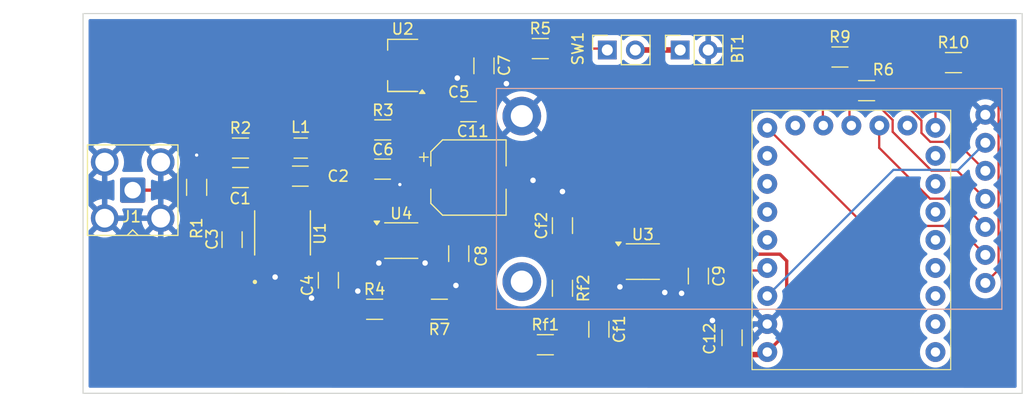
<source format=kicad_pcb>
(kicad_pcb (version 20240108) (generator "pcbnew") (generator_version "8.0")
  (layers (0 "F.Cu" signal) (31 "B.Cu" signal) (34 "B.Paste" user) (35 "F.Paste" user) (36 "B.SilkS" user "B.Silkscreen") (37 "F.SilkS" user "F.Silkscreen") (38 "B.Mask" user) (39 "F.Mask" user) (44 "Edge.Cuts" user))
  (net 0 "")
  (net 1 "GNDPWR")
  (net 2 "Net-(C1-Pad2)")
  (net 3 "Net-(J1-In)")
  (net 4 "Net-(C2-Pad1)")
  (net 5 "VCC")
  (net 8 "V_BAT")
  (net 9 "/RF/RF+")
  (net 10 "/RF/RF-")
  (net 11 "Net-(U1-ENB)")
  (net 12 "Net-(U2-IN)")
  (net 13 "Net-(Cf1-Pad2)")
  (net 14 "Net-(RP2040-zero1-GP10)")
  (net 15 "/uC/SCK")
  (net 16 "/uC/DC")
  (net 17 "/uC/CS")
  (net 18 "/uC/SDA")
  (net 19 "/uC/3V3")
  (net 20 "/uC/RST")
  (net 21 "Net-(U4--)")
  (net 22 "Net-(R5-Pad2)")
  (net 23 "Net-(R7-Pad1)")
  (net 24 "/RF/RF_OUT")
  (net 25 "Net-(RP2040-zero1-GP11)")
  (net 26 "Net-(U3-+)")
  (net 41 "/RF/A")
  (net 42 "Net-(RP2040-zero1-GP13)")
  (footprint "Resistor_SMD:R_1206_3216Metric_Pad1.30x1.75mm_HandSolder" (layer "F.Cu") (at 44.984 48.895 180)
    (property "Reference" "R7" (at 0 -1.82 0) (layer "F.SilkS"))
    (property "Value" "4.7k")
    (pad "1" smd roundrect (at -1.55 0 180) (size 1.3 1.75) (layers "F.Cu" "F.Paste" "F.Mask") (roundrect_rratio 0.192308) (net 23 "Net-(R7-Pad1)"))
    (pad "2" smd roundrect (at 1.55 0 180) (size 1.3 1.75) (layers "F.Cu" "F.Paste" "F.Mask") (roundrect_rratio 0.192308) (net 21 "Net-(U4--)"))
  )
  (footprint "Connector_PinSocket_2.54mm:PinSocket_1x02_P2.54mm_Vertical" (layer "F.Cu") (at 66.802 25.4 90)
    (property "Reference" "BT1" (at 0.127 5.207 90) (layer "F.SilkS"))
    (property "Value" "9V")
    (pad "1" thru_hole rect (at 0 0 90) (size 1.7 1.7) (drill 1) (layers "*.Cu" "*.Mask") (net 8 "V_BAT"))
    (pad "2" thru_hole oval (at 0 2.54 90) (size 1.7 1.7) (drill 1) (layers "*.Cu" "*.Mask") (net 1 "GNDPWR"))
  )
  (footprint "Resistor_SMD:R_1206_3216Metric_Pad1.30x1.75mm_HandSolder" (layer "F.Cu") (at 22.987 37.846 90)
    (property "Reference" "R1" (at -3.709 0 90) (layer "F.SilkS"))
    (property "Value" "51")
    (pad "1" smd roundrect (at -1.55 0 90) (size 1.3 1.75) (layers "F.Cu" "F.Paste" "F.Mask") (roundrect_rratio 0.192308) (net 3 "Net-(J1-In)"))
    (pad "2" smd roundrect (at 1.55 0 90) (size 1.3 1.75) (layers "F.Cu" "F.Paste" "F.Mask") (roundrect_rratio 0.192308) (net 1 "GNDPWR"))
  )
  (footprint "AD8307:SOIC127P600X175-8N" (layer "F.Cu") (at 30.7705 41.972 90)
    (property "Reference" "U1" (at -0.065 3.3925 90) (layer "F.SilkS"))
    (property "Value" "AD8307")
    (pad "1" smd roundrect (at -2.475 -1.905 90) (size 1.97 0.6) (layers "F.Cu" "F.Paste" "F.Mask") (roundrect_rratio 0.125) (net 10 "/RF/RF-"))
    (pad "2" smd roundrect (at -2.475 -0.635 90) (size 1.97 0.6) (layers "F.Cu" "F.Paste" "F.Mask") (roundrect_rratio 0.125) (net 1 "GNDPWR"))
    (pad "3" smd roundrect (at -2.475 0.635 90) (size 1.97 0.6) (layers "F.Cu" "F.Paste" "F.Mask") (roundrect_rratio 0.125))
    (pad "4" smd roundrect (at -2.475 1.905 90) (size 1.97 0.6) (layers "F.Cu" "F.Paste" "F.Mask") (roundrect_rratio 0.125) (net 41 "/RF/A"))
    (pad "5" smd roundrect (at 2.475 1.905 90) (size 1.97 0.6) (layers "F.Cu" "F.Paste" "F.Mask") (roundrect_rratio 0.125))
    (pad "6" smd roundrect (at 2.475 0.635 90) (size 1.97 0.6) (layers "F.Cu" "F.Paste" "F.Mask") (roundrect_rratio 0.125) (net 11 "Net-(U1-ENB)"))
    (pad "7" smd roundrect (at 2.475 -0.635 90) (size 1.97 0.6) (layers "F.Cu" "F.Paste" "F.Mask") (roundrect_rratio 0.125) (net 11 "Net-(U1-ENB)"))
    (pad "8" smd roundrect (at 2.475 -1.905 90) (size 1.97 0.6) (layers "F.Cu" "F.Paste" "F.Mask") (roundrect_rratio 0.125) (net 9 "/RF/RF+"))
  )
  (footprint "Capacitor_SMD:C_1206_3216Metric_Pad1.33x1.80mm_HandSolder" (layer "F.Cu") (at 46.736 43.8535 -90)
    (property "Reference" "C8" (at 0.2155 -2.032 90) (layer "F.SilkS"))
    (property "Value" "100n")
    (pad "1" smd roundrect (at -1.5625 0 270) (size 1.325 1.8) (layers "F.Cu" "F.Paste" "F.Mask") (roundrect_rratio 0.188679) (net 5 "VCC"))
    (pad "2" smd roundrect (at 1.5625 0 270) (size 1.325 1.8) (layers "F.Cu" "F.Paste" "F.Mask") (roundrect_rratio 0.188679) (net 1 "GNDPWR"))
  )
  (footprint "Connector_PinSocket_2.54mm:PinSocket_1x02_P2.54mm_Vertical" (layer "F.Cu") (at 60.198 25.4 90)
    (property "Reference" "SW1" (at 0.127 -2.667 -90) (layer "F.SilkS"))
    (property "Value" "SW_DIP_x01")
    (pad "1" thru_hole rect (at 0 0 90) (size 1.7 1.7) (drill 1) (layers "*.Cu" "*.Mask") (net 22 "Net-(R5-Pad2)"))
    (pad "2" thru_hole oval (at 0 2.54 90) (size 1.7 1.7) (drill 1) (layers "*.Cu" "*.Mask") (net 8 "V_BAT"))
  )
  (footprint "Resistor_SMD:R_1206_3216Metric_Pad1.30x1.75mm_HandSolder" (layer "F.Cu") (at 54.128 25.273)
    (property "Reference" "R5" (at 0 -1.82 0) (layer "F.SilkS"))
    (property "Value" "6.8")
    (pad "1" smd roundrect (at -1.55 0) (size 1.3 1.75) (layers "F.Cu" "F.Paste" "F.Mask") (roundrect_rratio 0.192308) (net 12 "Net-(U2-IN)"))
    (pad "2" smd roundrect (at 1.55 0) (size 1.3 1.75) (layers "F.Cu" "F.Paste" "F.Mask") (roundrect_rratio 0.192308) (net 22 "Net-(R5-Pad2)"))
  )
  (footprint "Connector_Coaxial:SMA_Amphenol_901-143_Horizontal" (layer "F.Cu") (at 17.195 38.1 90)
    (property "Reference" "J1" (at -2.406 -0.101 0) (layer "F.SilkS"))
    (property "Value" "Conn_Coaxial")
    (fp_line (start 4.3 -4.5) (end -4.3 -4.5) (stroke (width 0.1)) (layer "Edge.Cuts"))
    (pad "1" thru_hole roundrect (at 0 0 90) (size 2.3 2.3) (drill 1.5) (layers "*.Cu" "*.Mask") (roundrect_rratio 0.087) (net 3 "Net-(J1-In)"))
    (pad "2" thru_hole circle (at -2.54 -2.54 90) (size 2.5 2.5) (drill 1.7) (layers "*.Cu" "*.Mask") (net 1 "GNDPWR"))
    (pad "2" thru_hole circle (at -2.54 2.54 90) (size 2.5 2.5) (drill 1.7) (layers "*.Cu" "*.Mask") (net 1 "GNDPWR"))
    (pad "2" thru_hole circle (at 2.54 -2.54 90) (size 2.5 2.5) (drill 1.7) (layers "*.Cu" "*.Mask") (net 1 "GNDPWR"))
    (pad "2" thru_hole circle (at 2.54 2.54 90) (size 2.5 2.5) (drill 1.7) (layers "*.Cu" "*.Mask") (net 1 "GNDPWR"))
  )
  (footprint "Capacitor_SMD:C_1206_3216Metric_Pad1.33x1.80mm_HandSolder" (layer "F.Cu") (at 39.8395 36.195)
    (property "Reference" "C6" (at 0.0385 -1.778 0) (layer "F.SilkS"))
    (property "Value" "100n")
    (pad "1" smd roundrect (at -1.5625 0) (size 1.325 1.8) (layers "F.Cu" "F.Paste" "F.Mask") (roundrect_rratio 0.188679) (net 11 "Net-(U1-ENB)"))
    (pad "2" smd roundrect (at 1.5625 0) (size 1.325 1.8) (layers "F.Cu" "F.Paste" "F.Mask") (roundrect_rratio 0.188679) (net 1 "GNDPWR"))
  )
  (footprint "Package_TO_SOT_SMD:SOT-89-3_Handsoldering" (layer "F.Cu") (at 41.656 26.797 180)
    (property "Reference" "U2" (at 0 3.302 0) (layer "F.SilkS"))
    (property "Value" "L7805")
    (pad "1" smd roundrect (at -2.45 -1.5 180) (size 2.3 0.9) (layers "F.Cu" "F.Paste" "F.Mask") (net 5 "VCC"))
    (pad "2" smd custom (at -2.3625 0 180) (size 2.475 0.9) (layers "F.Cu" "F.Paste" "F.Mask") (net 1 "GNDPWR") (options (clearance outline) (anchor rect)) (primitives (gr_poly (pts (xy 5.3625 0.8665) (xy 1.2375 0.8665) (xy 1.2375 -0.8665) (xy 5.3625 -0.8665)) (width 0) (fill yes))))
    (pad "3" smd roundrect (at -2.45 1.5 180) (size 2.3 0.9) (layers "F.Cu" "F.Paste" "F.Mask") (net 12 "Net-(U2-IN)"))
  )
  (footprint "RP2040-zero:RP2040_0" (layer "F.Cu") (at 91.313 30.861 180)
    (property "Reference" "RP2040-zero1" (hide yes))
    (property "Value" "~")
    (pad "1" thru_hole circle (at 16.62 -21.91 180) (size 1.8 1.8) (drill 0.85) (layers "*.Cu" "*.Mask") (net 5 "VCC"))
    (pad "2" thru_hole circle (at 16.62 -19.37 180) (size 1.8 1.8) (drill 0.85) (layers "*.Cu" "*.Mask") (net 1 "GNDPWR"))
    (pad "3" thru_hole circle (at 16.62 -16.83 180) (size 1.8 1.8) (drill 0.85) (layers "*.Cu" "*.Mask") (net 19 "/uC/3V3"))
    (pad "4" thru_hole circle (at 16.62 -14.29 180) (size 1.8 1.8) (drill 0.85) (layers "*.Cu" "*.Mask") (net 24 "/RF/RF_OUT"))
    (pad "5" thru_hole circle (at 16.62 -11.75 180) (size 1.8 1.8) (drill 0.85) (layers "*.Cu" "*.Mask"))
    (pad "6" thru_hole circle (at 16.62 -9.21 180) (size 1.8 1.8) (drill 0.85) (layers "*.Cu" "*.Mask"))
    (pad "7" thru_hole circle (at 16.62 -6.67 180) (size 1.8 1.8) (drill 0.85) (layers "*.Cu" "*.Mask"))
    (pad "8" thru_hole circle (at 16.62 -4.13 180) (size 1.8 1.8) (drill 0.85) (layers "*.Cu" "*.Mask"))
    (pad "9" thru_hole circle (at 16.62 -1.59 180) (size 1.8 1.8) (drill 0.85) (layers "*.Cu" "*.Mask") (net 16 "/uC/DC"))
    (pad "10" thru_hole circle (at 1.38 -1.59 180) (size 1.8 1.8) (drill 0.85) (layers "*.Cu" "*.Mask") (net 42 "Net-(RP2040-zero1-GP13)"))
    (pad "11" thru_hole circle (at 14.08 -1.38 180) (size 1.8 1.8) (drill 0.85) (layers "*.Cu" "*.Mask"))
    (pad "12" thru_hole circle (at 11.54 -1.38 180) (size 1.8 1.8) (drill 0.85) (layers "*.Cu" "*.Mask") (net 25 "Net-(RP2040-zero1-GP11)"))
    (pad "13" thru_hole circle (at 9 -1.38 180) (size 1.8 1.8) (drill 0.85) (layers "*.Cu" "*.Mask") (net 14 "Net-(RP2040-zero1-GP10)"))
    (pad "14" thru_hole circle (at 6.46 -1.38 180) (size 1.8 1.8) (drill 0.85) (layers "*.Cu" "*.Mask") (net 20 "/uC/RST"))
    (pad "15" thru_hole circle (at 3.92 -1.38 180) (size 1.8 1.8) (drill 0.85) (layers "*.Cu" "*.Mask"))
    (pad "16" thru_hole circle (at 1.38 -4.13 180) (size 1.8 1.8) (drill 0.85) (layers "*.Cu" "*.Mask"))
    (pad "17" thru_hole circle (at 1.38 -6.67 180) (size 1.8 1.8) (drill 0.85) (layers "*.Cu" "*.Mask"))
    (pad "18" thru_hole circle (at 1.38 -9.21 180) (size 1.8 1.8) (drill 0.85) (layers "*.Cu" "*.Mask"))
    (pad "19" thru_hole circle (at 1.38 -11.75 180) (size 1.8 1.8) (drill 0.85) (layers "*.Cu" "*.Mask"))
    (pad "20" thru_hole circle (at 1.38 -14.29 180) (size 1.8 1.8) (drill 0.85) (layers "*.Cu" "*.Mask"))
    (pad "21" thru_hole circle (at 1.38 -16.83 180) (size 1.8 1.8) (drill 0.85) (layers "*.Cu" "*.Mask"))
    (pad "22" thru_hole circle (at 1.38 -19.37 180) (size 1.8 1.8) (drill 0.85) (layers "*.Cu" "*.Mask"))
    (pad "23" thru_hole circle (at 1.38 -21.91 180) (size 1.8 1.8) (drill 0.85) (layers "*.Cu" "*.Mask"))
  )
  (footprint "Capacitor_SMD:C_1206_3216Metric_Pad1.33x1.80mm_HandSolder" (layer "F.Cu") (at 68.453 45.8855 -90)
    (property "Reference" "C9" (at 0 -1.85 90) (layer "F.SilkS"))
    (property "Value" "100n")
    (pad "1" smd roundrect (at -1.5625 0 270) (size 1.325 1.8) (layers "F.Cu" "F.Paste" "F.Mask") (roundrect_rratio 0.188679) (net 5 "VCC"))
    (pad "2" smd roundrect (at 1.5625 0 270) (size 1.325 1.8) (layers "F.Cu" "F.Paste" "F.Mask") (roundrect_rratio 0.188679) (net 1 "GNDPWR"))
  )
  (footprint "Package_SO:MSOP-8_3x3mm_P0.65mm" (layer "F.Cu") (at 63.4195 44.5745)
    (property "Reference" "U3" (at 0 -2.45 0) (layer "F.SilkS"))
    (property "Value" "~")
    (pad "1" smd roundrect (at -2.1125 -0.975) (size 1.625 0.4) (layers "F.Cu" "F.Paste" "F.Mask") (net 5 "VCC"))
    (pad "2" smd roundrect (at -2.1125 -0.325) (size 1.625 0.4) (layers "F.Cu" "F.Paste" "F.Mask") (net 24 "/RF/RF_OUT"))
    (pad "3" smd roundrect (at -2.1125 0.325) (size 1.625 0.4) (layers "F.Cu" "F.Paste" "F.Mask") (net 26 "Net-(U3-+)"))
    (pad "4" smd roundrect (at -2.1125 0.975) (size 1.625 0.4) (layers "F.Cu" "F.Paste" "F.Mask") (net 1 "GNDPWR"))
    (pad "5" smd roundrect (at 2.1125 0.975) (size 1.625 0.4) (layers "F.Cu" "F.Paste" "F.Mask") (net 1 "GNDPWR"))
    (pad "6" smd roundrect (at 2.1125 0.325) (size 1.625 0.4) (layers "F.Cu" "F.Paste" "F.Mask") (net 24 "/RF/RF_OUT"))
    (pad "7" smd roundrect (at 2.1125 -0.325) (size 1.625 0.4) (layers "F.Cu" "F.Paste" "F.Mask") (net 5 "VCC"))
    (pad "8" smd roundrect (at 2.1125 -0.975) (size 1.625 0.4) (layers "F.Cu" "F.Paste" "F.Mask"))
  )
  (footprint "Resistor_SMD:R_1206_3216Metric_Pad1.30x1.75mm_HandSolder" (layer "F.Cu") (at 39.116 48.895)
    (property "Reference" "R4" (at 0 -1.82 0) (layer "F.SilkS"))
    (property "Value" "3.3k")
    (pad "1" smd roundrect (at -1.55 0) (size 1.3 1.75) (layers "F.Cu" "F.Paste" "F.Mask") (roundrect_rratio 0.192308) (net 1 "GNDPWR"))
    (pad "2" smd roundrect (at 1.55 0) (size 1.3 1.75) (layers "F.Cu" "F.Paste" "F.Mask") (roundrect_rratio 0.192308) (net 21 "Net-(U4--)"))
  )
  (footprint "Inductor_SMD:L_1206_3216Metric_Pad1.42x1.75mm_HandSolder" (layer "F.Cu") (at 32.4215 34.29)
    (property "Reference" "L1" (at 0 -1.905 0) (layer "F.SilkS"))
    (property "Value" "L")
    (pad "1" smd roundrect (at -1.4875 0) (size 1.425 1.75) (layers "F.Cu" "F.Paste" "F.Mask") (roundrect_rratio 0.175439) (net 2 "Net-(C1-Pad2)"))
    (pad "2" smd roundrect (at 1.4875 0) (size 1.425 1.75) (layers "F.Cu" "F.Paste" "F.Mask") (roundrect_rratio 0.175439) (net 4 "Net-(C2-Pad1)"))
  )
  (footprint "Capacitor_SMD:C_1206_3216Metric_Pad1.33x1.80mm_HandSolder" (layer "F.Cu") (at 26.1985 42.5835 -90)
    (property "Reference" "C3" (at -0.0385 1.8145 90) (layer "F.SilkS"))
    (property "Value" "100n")
    (pad "1" smd roundrect (at -1.5625 0 270) (size 1.325 1.8) (layers "F.Cu" "F.Paste" "F.Mask") (roundrect_rratio 0.188679) (net 1 "GNDPWR"))
    (pad "2" smd roundrect (at 1.5625 0 270) (size 1.325 1.8) (layers "F.Cu" "F.Paste" "F.Mask") (roundrect_rratio 0.188679) (net 10 "/RF/RF-"))
  )
  (footprint "Resistor_SMD:R_1206_3216Metric_Pad1.30x1.75mm_HandSolder" (layer "F.Cu") (at 81.28 26.035)
    (property "Reference" "R9" (at 0 -1.82 0) (layer "F.SilkS"))
    (property "Value" "10")
    (pad "1" smd roundrect (at -1.55 0) (size 1.3 1.75) (layers "F.Cu" "F.Paste" "F.Mask") (roundrect_rratio 0.192308) (net 25 "Net-(RP2040-zero1-GP11)"))
    (pad "2" smd roundrect (at 1.55 0) (size 1.3 1.75) (layers "F.Cu" "F.Paste" "F.Mask") (roundrect_rratio 0.192308) (net 18 "/uC/SDA"))
  )
  (footprint "Capacitor_SMD:C_1206_3216Metric_Pad1.33x1.80mm_HandSolder" (layer "F.Cu") (at 47.625 30.988)
    (property "Reference" "C5" (at -0.889 -1.778 0) (layer "F.SilkS"))
    (property "Value" "220n")
    (pad "1" smd roundrect (at -1.5625 0) (size 1.325 1.8) (layers "F.Cu" "F.Paste" "F.Mask") (roundrect_rratio 0.188679) (net 5 "VCC"))
    (pad "2" smd roundrect (at 1.5625 0) (size 1.325 1.8) (layers "F.Cu" "F.Paste" "F.Mask") (roundrect_rratio 0.188679) (net 1 "GNDPWR"))
  )
  (footprint "Capacitor_SMD:C_1206_3216Metric_Pad1.33x1.80mm_HandSolder" (layer "F.Cu") (at 26.9605 36.957)
    (property "Reference" "C1" (at -0.0365 1.905 0) (layer "F.SilkS"))
    (property "Value" "15p")
    (pad "1" smd roundrect (at -1.5625 0) (size 1.325 1.8) (layers "F.Cu" "F.Paste" "F.Mask") (roundrect_rratio 0.188679) (net 3 "Net-(J1-In)"))
    (pad "2" smd roundrect (at 1.5625 0) (size 1.325 1.8) (layers "F.Cu" "F.Paste" "F.Mask") (roundrect_rratio 0.188679) (net 2 "Net-(C1-Pad2)"))
  )
  (footprint "Resistor_SMD:R_1206_3216Metric_Pad1.30x1.75mm_HandSolder" (layer "F.Cu") (at 91.567 26.543)
    (property "Reference" "R10" (at 0 -1.82 0) (layer "F.SilkS"))
    (property "Value" "10")
    (pad "1" smd roundrect (at -1.55 0) (size 1.3 1.75) (layers "F.Cu" "F.Paste" "F.Mask") (roundrect_rratio 0.192308) (net 42 "Net-(RP2040-zero1-GP13)"))
    (pad "2" smd roundrect (at 1.55 0) (size 1.3 1.75) (layers "F.Cu" "F.Paste" "F.Mask") (roundrect_rratio 0.192308) (net 17 "/uC/CS"))
  )
  (footprint "Capacitor_SMD:C_1206_3216Metric_Pad1.33x1.80mm_HandSolder" (layer "F.Cu") (at 59.436 50.7115 -90)
    (property "Reference" "Cf1" (at 0 -1.85 90) (layer "F.SilkS"))
    (property "Value" "20n")
    (pad "1" smd roundrect (at -1.5625 0 270) (size 1.325 1.8) (layers "F.Cu" "F.Paste" "F.Mask") (roundrect_rratio 0.188679) (net 24 "/RF/RF_OUT"))
    (pad "2" smd roundrect (at 1.5625 0 270) (size 1.325 1.8) (layers "F.Cu" "F.Paste" "F.Mask") (roundrect_rratio 0.188679) (net 13 "Net-(Cf1-Pad2)"))
  )
  (footprint "Capacitor_SMD:C_1206_3216Metric_Pad1.33x1.80mm_HandSolder" (layer "F.Cu") (at 56.134 41.3135 90)
    (property "Reference" "Cf2" (at 0 -1.905 90) (layer "F.SilkS"))
    (property "Value" "20n")
    (pad "1" smd roundrect (at -1.5625 0 90) (size 1.325 1.8) (layers "F.Cu" "F.Paste" "F.Mask") (roundrect_rratio 0.188679) (net 26 "Net-(U3-+)"))
    (pad "2" smd roundrect (at 1.5625 0 90) (size 1.325 1.8) (layers "F.Cu" "F.Paste" "F.Mask") (roundrect_rratio 0.188679) (net 1 "GNDPWR"))
  )
  (footprint "Resistor_SMD:R_1206_3216Metric_Pad1.30x1.75mm_HandSolder" (layer "F.Cu") (at 56.134 46.99 90)
    (property "Reference" "Rf2" (at 0 1.905 90) (layer "F.SilkS"))
    (property "Value" "10k")
    (pad "1" smd roundrect (at -1.55 0 90) (size 1.3 1.75) (layers "F.Cu" "F.Paste" "F.Mask") (roundrect_rratio 0.192308) (net 13 "Net-(Cf1-Pad2)"))
    (pad "2" smd roundrect (at 1.55 0 90) (size 1.3 1.75) (layers "F.Cu" "F.Paste" "F.Mask") (roundrect_rratio 0.192308) (net 26 "Net-(U3-+)"))
  )
  (footprint "Resistor_SMD:R_1206_3216Metric_Pad1.30x1.75mm_HandSolder" (layer "F.Cu") (at 54.584 52.1085)
    (property "Reference" "Rf1" (at 0 -1.82 0) (layer "F.SilkS"))
    (property "Value" "10k")
    (pad "1" smd roundrect (at -1.55 0) (size 1.3 1.75) (layers "F.Cu" "F.Paste" "F.Mask") (roundrect_rratio 0.192308) (net 23 "Net-(R7-Pad1)"))
    (pad "2" smd roundrect (at 1.55 0) (size 1.3 1.75) (layers "F.Cu" "F.Paste" "F.Mask") (roundrect_rratio 0.192308) (net 13 "Net-(Cf1-Pad2)"))
  )
  (footprint "Resistor_SMD:R_1206_3216Metric_Pad1.30x1.75mm_HandSolder" (layer "F.Cu") (at 39.852 32.639)
    (property "Reference" "R3" (at 0.026 -1.778 0) (layer "F.SilkS"))
    (property "Value" "6.8")
    (pad "1" smd roundrect (at -1.55 0) (size 1.3 1.75) (layers "F.Cu" "F.Paste" "F.Mask") (roundrect_rratio 0.192308) (net 11 "Net-(U1-ENB)"))
    (pad "2" smd roundrect (at 1.55 0) (size 1.3 1.75) (layers "F.Cu" "F.Paste" "F.Mask") (roundrect_rratio 0.192308) (net 5 "VCC"))
  )
  (footprint "Package_SO:MSOP-8_3x3mm_P0.65mm" (layer "F.Cu") (at 41.529 42.672)
    (property "Reference" "U4" (at 0 -2.45 0) (layer "F.SilkS"))
    (property "Value" "~" (hide yes))
    (pad "1" smd roundrect (at -2.1125 -0.975) (size 1.625 0.4) (layers "F.Cu" "F.Paste" "F.Mask") (net 5 "VCC"))
    (pad "2" smd roundrect (at -2.1125 -0.325) (size 1.625 0.4) (layers "F.Cu" "F.Paste" "F.Mask") (net 21 "Net-(U4--)"))
    (pad "3" smd roundrect (at -2.1125 0.325) (size 1.625 0.4) (layers "F.Cu" "F.Paste" "F.Mask") (net 41 "/RF/A"))
    (pad "4" smd roundrect (at -2.1125 0.975) (size 1.625 0.4) (layers "F.Cu" "F.Paste" "F.Mask") (net 1 "GNDPWR"))
    (pad "5" smd roundrect (at 2.1125 0.975) (size 1.625 0.4) (layers "F.Cu" "F.Paste" "F.Mask") (net 1 "GNDPWR"))
    (pad "6" smd roundrect (at 2.1125 0.325) (size 1.625 0.4) (layers "F.Cu" "F.Paste" "F.Mask") (net 23 "Net-(R7-Pad1)"))
    (pad "7" smd roundrect (at 2.1125 -0.325) (size 1.625 0.4) (layers "F.Cu" "F.Paste" "F.Mask") (net 5 "VCC"))
    (pad "8" smd roundrect (at 2.1125 -0.975) (size 1.625 0.4) (layers "F.Cu" "F.Paste" "F.Mask"))
  )
  (footprint "Capacitor_SMD:C_1206_3216Metric_Pad1.33x1.80mm_HandSolder" (layer "F.Cu") (at 71.501 51.4735 -90)
    (property "Reference" "C12" (at 0.0885 2.032 90) (layer "F.SilkS"))
    (property "Value" "100n")
    (pad "1" smd roundrect (at -1.5625 0 270) (size 1.325 1.8) (layers "F.Cu" "F.Paste" "F.Mask") (roundrect_rratio 0.188679) (net 1 "GNDPWR"))
    (pad "2" smd roundrect (at 1.5625 0 270) (size 1.325 1.8) (layers "F.Cu" "F.Paste" "F.Mask") (roundrect_rratio 0.188679) (net 5 "VCC"))
  )
  (footprint "Capacitor_SMD:C_1206_3216Metric_Pad1.33x1.80mm_HandSolder" (layer "F.Cu") (at 34.925 46.2665 -90)
    (property "Reference" "C4" (at 0.4695 1.905 90) (layer "F.SilkS"))
    (property "Value" "100n")
    (pad "1" smd roundrect (at -1.5625 0 270) (size 1.325 1.8) (layers "F.Cu" "F.Paste" "F.Mask") (roundrect_rratio 0.188679) (net 41 "/RF/A"))
    (pad "2" smd roundrect (at 1.5625 0 270) (size 1.325 1.8) (layers "F.Cu" "F.Paste" "F.Mask") (roundrect_rratio 0.188679) (net 1 "GNDPWR"))
  )
  (footprint "Capacitor_SMD:CP_Elec_6.3x5.3" (layer "F.Cu") (at 47.619 36.957)
    (property "Reference" "C11" (at 0.387 -4.191 0) (layer "F.SilkS"))
    (property "Value" "10u")
    (pad "1" smd roundrect (at -2.8 0) (size 3.5 1.6) (layers "F.Cu" "F.Paste" "F.Mask") (roundrect_rratio 0.15625) (net 5 "VCC"))
    (pad "2" smd roundrect (at 2.8 0) (size 3.5 1.6) (layers "F.Cu" "F.Paste" "F.Mask") (roundrect_rratio 0.15625) (net 1 "GNDPWR"))
  )
  (footprint "Resistor_SMD:R_1206_3216Metric_Pad1.30x1.75mm_HandSolder" (layer "F.Cu") (at 26.9605 34.29)
    (property "Reference" "R2" (at 0 -1.82 0) (layer "F.SilkS"))
    (property "Value" "470")
    (pad "1" smd roundrect (at -1.55 0) (size 1.3 1.75) (layers "F.Cu" "F.Paste" "F.Mask") (roundrect_rratio 0.192308) (net 3 "Net-(J1-In)"))
    (pad "2" smd roundrect (at 1.55 0) (size 1.3 1.75) (layers "F.Cu" "F.Paste" "F.Mask") (roundrect_rratio 0.192308) (net 2 "Net-(C1-Pad2)"))
  )
  (footprint "Capacitor_SMD:C_1206_3216Metric_Pad1.33x1.80mm_HandSolder" (layer "F.Cu") (at 32.383 36.83 180)
    (property "Reference" "C2" (at -3.431 0 0) (layer "F.SilkS"))
    (property "Value" "10n")
    (pad "1" smd roundrect (at -1.5625 0 180) (size 1.325 1.8) (layers "F.Cu" "F.Paste" "F.Mask") (roundrect_rratio 0.188679) (net 4 "Net-(C2-Pad1)"))
    (pad "2" smd roundrect (at 1.5625 0 180) (size 1.325 1.8) (layers "F.Cu" "F.Paste" "F.Mask") (roundrect_rratio 0.188679) (net 9 "/RF/RF+"))
  )
  (footprint "Capacitor_SMD:C_1206_3216Metric_Pad1.33x1.80mm_HandSolder" (layer "F.Cu") (at 49.022 26.8355 -90)
    (property "Reference" "C7" (at -0.0385 -1.85 90) (layer "F.SilkS"))
    (property "Value" "220n")
    (pad "1" smd roundrect (at -1.5625 0 270) (size 1.325 1.8) (layers "F.Cu" "F.Paste" "F.Mask") (roundrect_rratio 0.188679) (net 12 "Net-(U2-IN)"))
    (pad "2" smd roundrect (at 1.5625 0 270) (size 1.325 1.8) (layers "F.Cu" "F.Paste" "F.Mask") (roundrect_rratio 0.188679) (net 1 "GNDPWR"))
  )
  (footprint "Resistor_SMD:R_1206_3216Metric_Pad1.30x1.75mm_HandSolder" (layer "F.Cu") (at 83.693 29.083)
    (property "Reference" "R6" (at 1.524 -1.905 0) (layer "F.SilkS"))
    (property "Value" "10")
    (pad "1" smd roundrect (at -1.55 0) (size 1.3 1.75) (layers "F.Cu" "F.Paste" "F.Mask") (roundrect_rratio 0.192308) (net 14 "Net-(RP2040-zero1-GP10)"))
    (pad "2" smd roundrect (at 1.55 0) (size 1.3 1.75) (layers "F.Cu" "F.Paste" "F.Mask") (roundrect_rratio 0.192308) (net 15 "/uC/SCK"))
  )
  (footprint "OLED_fp:OLED" (layer "B.Cu") (at 95.952 48.889 180)
    (property "Reference" "J2" (hide yes))
    (property "Value" "OLED")
    (pad "1" thru_hole circle (at 1.5 17.62 180) (size 1.8 1.8) (drill 0.9) (layers "*.Cu" "*.Mask") (net 1 "GNDPWR"))
    (pad "2" thru_hole circle (at 1.5 15.08 180) (size 1.8 1.8) (drill 0.9) (layers "*.Cu" "*.Mask") (net 19 "/uC/3V3"))
    (pad "3" thru_hole circle (at 1.5 12.54 180) (size 1.8 1.8) (drill 0.9) (layers "*.Cu" "*.Mask") (net 15 "/uC/SCK"))
    (pad "4" thru_hole circle (at 1.5 10 180) (size 1.8 1.8) (drill 0.9) (layers "*.Cu" "*.Mask") (net 18 "/uC/SDA"))
    (pad "5" thru_hole circle (at 1.5 7.46 180) (size 1.8 1.8) (drill 0.9) (layers "*.Cu" "*.Mask") (net 20 "/uC/RST"))
    (pad "6" thru_hole circle (at 1.5 4.92 180) (size 1.8 1.8) (drill 0.9) (layers "*.Cu" "*.Mask") (net 16 "/uC/DC"))
    (pad "7" thru_hole circle (at 1.5 2.38 180) (size 1.8 1.8) (drill 0.9) (layers "*.Cu" "*.Mask") (net 17 "/uC/CS"))
    (pad "8" thru_hole circle (at 43.5 17.5 180) (size 3.5 3.5) (drill 2) (layers "*.Cu" "*.Mask") (net 1 "GNDPWR"))
    (pad "9" thru_hole circle (at 43.5 2.5 180) (size 3.5 3.5) (drill 2) (layers "*.Cu" "*.Mask"))
  )
  (gr_line (start 12.695 22.097999) (end 12.695 33.8) (stroke (width 0.1)) (layer "Edge.Cuts"))
  (gr_line (start 12.7 22.098) (end 97.79 22.098) (stroke (width 0.1)) (layer "Edge.Cuts"))
  (gr_line (start 97.79 56.506002) (end 97.79 22.098) (stroke (width 0.1)) (layer "Edge.Cuts"))
  (gr_line (start 12.695 42.4) (end 12.695 56.506003) (stroke (width 0.1)) (layer "Edge.Cuts"))
  (gr_line (start 97.79 56.515) (end 12.7 56.506002) (stroke (width 0.1)) (layer "Edge.Cuts"))
  (segment (start 19.735 40.64) (end 20.574 40.64) (width 0.5) (layer "F.Cu") (net 1))
  (segment (start 29.3875 41.924) (end 30.1355 42.672) (width 0.5) (layer "F.Cu") (net 1))
  (segment (start 51.054 28.448) (end 49.072 28.448) (width 0.5) (layer "F.Cu") (net 1))
  (segment (start 30.1355 44.447) (end 30.1355 45.9375) (width 0.5) (layer "F.Cu") (net 1))
  (segment (start 22.987 36.296) (end 22.987 34.925) (width 0.5) (layer "F.Cu") (net 1))
  (segment (start 46.609 26.797) (end 44.0185 26.797) (width 0.5) (layer "F.Cu") (net 1))
  (segment (start 19.685 40.69) (end 19.735 40.64) (width 0.3) (layer "F.Cu") (net 1))
  (segment (start 46.609 26.797) (end 46.609 27.94) (width 0.5) (layer "F.Cu") (net 1))
  (segment (start 33.451 47.829) (end 33.401 47.879) (width 0.5) (layer "F.Cu") (net 1))
  (segment (start 61.341 46.863) (end 61.341 45.5835) (width 0.2) (layer "F.Cu") (net 1))
  (segment (start 53.467 37.211) (end 53.34 37.084) (width 0.508) (layer "F.Cu") (net 1))
  (segment (start 69.723 49.911) (end 69.7615 49.8725) (width 0.5) (layer "F.Cu") (net 1))
  (segment (start 26.1985 41.021) (end 27.6945 41.021) (width 0.5) (layer "F.Cu") (net 1))
  (segment (start 26.0715 41.021) (end 25.5635 40.513) (width 0.3) (layer "F.Cu") (net 1))
  (segment (start 39.4165 44.6235) (end 39.497 44.704) (width 0.5) (layer "F.Cu") (net 1))
  (segment (start 39.497 44.704) (end 39.497 43.7275) (width 0.2) (layer "F.Cu") (net 1))
  (segment (start 30.1355 42.672) (end 30.1355 44.447) (width 0.5) (layer "F.Cu") (net 1))
  (segment (start 61.341 46.863) (end 61.307 46.829) (width 0.5) (layer "F.Cu") (net 1))
  (segment (start 43.6415 44.6575) (end 43.688 44.704) (width 0.5) (layer "F.Cu") (net 1))
  (segment (start 20.243 36.068) (end 19.735 35.56) (width 0.3) (layer "F.Cu") (net 1))
  (segment (start 49.072 28.448) (end 49.022 28.398) (width 0.5) (layer "F.Cu") (net 1))
  (segment (start 69.7615 49.8725) (end 71.374 49.8725) (width 0.5) (layer "F.Cu") (net 1))
  (segment (start 43.688 44.704) (end 43.688 43.6935) (width 0.2) (layer "F.Cu") (net 1))
  (segment (start 49.1875 30.988) (end 49.1875 28.5635) (width 0.5) (layer "F.Cu") (net 1))
  (segment (start 56.134 39.751) (end 56.134 38.227) (width 0.5) (layer "F.Cu") (net 1))
  (segment (start 49.1875 28.5635) (end 49.022 28.398) (width 0.5) (layer "F.Cu") (net 1))
  (segment (start 46.482 46.736) (end 46.482 45.67) (width 0.5) (layer "F.Cu") (net 1))
  (segment (start 41.402 36.195) (end 41.402 37.592) (width 0.5) (layer "F.Cu") (net 1))
  (segment (start 43.688 43.6935) (end 43.6415 43.647) (width 0.2) (layer "F.Cu") (net 1))
  (segment (start 46.482 45.67) (end 46.736 45.416) (width 0.5) (layer "F.Cu") (net 1))
  (segment (start 37.592 47.244) (end 37.566 47.27) (width 0.5) (layer "F.Cu") (net 1))
  (segment (start 66.929 47.448) (end 68.453 47.448) (width 0.5) (layer "F.Cu") (net 1))
  (segment (start 65.405 47.371) (end 65.405 45.6765) (width 0.2) (layer "F.Cu") (net 1))
  (segment (start 30.1355 45.9375) (end 30.099 45.974) (width 0.5) (layer "F.Cu") (net 1))
  (segment (start 53.34 37.084) (end 51.054 37.084) (width 0.508) (layer "F.Cu") (net 1))
  (segment (start 49.022 28.398) (end 47.421 26.797) (width 0.5) (layer "F.Cu") (net 1))
  (segment (start 28.5975 41.924) (end 29.3875 41.924) (width 0.5) (layer "F.Cu") (net 1))
  (segment (start 37.566 47.27) (end 37.566 48.895) (width 0.5) (layer "F.Cu") (net 1))
  (segment (start 61.341 45.5835) (end 61.307 45.5495) (width 0.2) (layer "F.Cu") (net 1))
  (segment (start 65.405 45.6765) (end 65.532 45.5495) (width 0.2) (layer "F.Cu") (net 1))
  (segment (start 47.421 26.797) (end 46.609 26.797) (width 0.5) (layer "F.Cu") (net 1))
  (segment (start 39.497 43.7275) (end 39.4165 43.647) (width 0.2) (layer "F.Cu") (net 1))
  (segment (start 34.925 47.829) (end 33.451 47.829) (width 0.5) (layer "F.Cu") (net 1))
  (segment (start 65.532 47.244) (end 65.405 47.371) (width 0.5) (layer "F.Cu") (net 1))
  (segment (start 27.6945 41.021) (end 28.5975 41.924) (width 0.5) (layer "F.Cu") (net 1))
  (via (at 33.401 47.879) (size 0.8) (drill 0.5) (layers "F.Cu" "B.Cu") (net 1))
  (via (at 41.402 37.592) (size 0.6) (drill 0.3) (layers "F.Cu" "B.Cu") (net 1))
  (via (at 46.482 46.736) (size 0.8) (drill 0.5) (layers "F.Cu" "B.Cu") (net 1))
  (via (at 43.688 44.704) (size 0.8) (drill 0.5) (layers "F.Cu" "B.Cu") (net 1))
  (via (at 69.723 49.911) (size 0.8) (drill 0.5) (layers "F.Cu" "B.Cu") (net 1))
  (via (at 30.099 45.974) (size 0.8) (drill 0.5) (layers "F.Cu" "B.Cu") (net 1))
  (via (at 51.054 28.448) (size 0.8) (drill 0.5) (layers "F.Cu" "B.Cu") (net 1))
  (via (at 56.134 38.227) (size 0.8) (drill 0.5) (layers "F.Cu" "B.Cu") (net 1))
  (via (at 22.987 34.925) (size 0.6) (drill 0.3) (layers "F.Cu" "B.Cu") (net 1))
  (via (at 46.609 27.94) (size 0.8) (drill 0.5) (layers "F.Cu" "B.Cu") (net 1))
  (via (at 61.341 46.863) (size 0.8) (drill 0.5) (layers "F.Cu" "B.Cu") (net 1))
  (via (at 66.929 47.448) (size 0.8) (drill 0.5) (layers "F.Cu" "B.Cu") (net 1))
  (via (at 37.592 47.244) (size 0.8) (drill 0.5) (layers "F.Cu" "B.Cu") (net 1))
  (via (at 53.467 37.211) (size 0.8) (drill 0.5) (layers "F.Cu" "B.Cu") (net 1))
  (via (at 65.405 47.371) (size 0.8) (drill 0.5) (layers "F.Cu" "B.Cu") (net 1))
  (via (at 39.497 44.704) (size 0.8) (drill 0.5) (layers "F.Cu" "B.Cu") (net 1))
  (segment (start 68.072 49.911) (end 66.548 48.387) (width 0.5) (layer "B.Cu") (net 1))
  (segment (start 66.548 48.387) (end 65.532 47.371) (width 0.5) (layer "B.Cu") (net 1))
  (segment (start 34.163 46.736) (end 37.592 46.736) (width 0.5) (layer "B.Cu") (net 1))
  (segment (start 43.688 44.704) (end 43.053 44.704) (width 0.5) (layer "B.Cu") (net 1))
  (segment (start 37.592 47.244) (end 37.592 46.736) (width 0.5) (layer "B.Cu") (net 1))
  (segment (start 66.548 48.387) (end 66.548 48.006) (width 0.5) (layer "B.Cu") (net 1))
  (segment (start 61.341 46.863) (end 60.579 46.863) (width 0.5) (layer "B.Cu") (net 1))
  (segment (start 69.342 27.305) (end 68.3895 28.2575) (width 0.5) (layer "B.Cu") (net 1))
  (segment (start 14.655 40.64) (end 14.655 35.56) (width 0.5) (layer "B.Cu") (net 1))
  (segment (start 68.3895 28.2575) (end 68.199 28.448) (width 0.5) (layer "B.Cu") (net 1))
  (segment (start 21.209 47.879) (end 19.735 46.405) (width 0.5) (layer "B.Cu") (net 1))
  (segment (start 19.735 40.64) (end 14.655 40.64) (width 0.5) (layer "B.Cu") (net 1))
  (segment (start 68.199 28.448) (end 51.054 28.448) (width 0.5) (layer "B.Cu") (net 1))
  (segment (start 37.592 46.736) (end 43.688 46.736) (width 0.5) (layer "B.Cu") (net 1))
  (segment (start 33.401 47.879) (end 33.401 47.498) (width 0.5) (layer "B.Cu") (net 1))
  (segment (start 43.307 39.497) (end 45.212 39.497) (width 0.5) (layer "B.Cu") (net 1))
  (segment (start 69.723 49.911) (end 70.866 51.054) (width 0.5) (layer "B.Cu") (net 1))
  (segment (start 19.735 35.56) (end 19.735 40.64) (width 0.5) (layer "B.Cu") (net 1))
  (segment (start 38.481 46.736) (end 37.338 46.736) (width 0.5) (layer "B.Cu") (net 1))
  (segment (start 59.309 38.989) (end 58.547 38.227) (width 0.5) (layer "B.Cu") (net 1))
  (segment (start 45.212 39.497) (end 48.387 39.497) (width 0.5) (layer "B.Cu") (net 1))
  (segment (start 33.401 47.498) (end 34.163 46.736) (width 0.5) (layer "B.Cu") (net 1))
  (segment (start 39.497 45.72) (end 38.481 46.736) (width 0.5) (layer "B.Cu") (net 1))
  (segment (start 53.467 37.211) (end 54.102 37.846) (width 0.508) (layer "B.Cu") (net 1))
  (segment (start 47.498 29.591) (end 47.498 37.211) (width 0.5) (layer "B.Cu") (net 1))
  (segment (start 60.579 46.863) (end 59.309 45.593) (width 0.5) (layer "B.Cu") (net 1))
  (segment (start 33.401 47.879) (end 28.194 47.879) (width 0.5) (layer "B.Cu") (net 1))
  (segment (start 43.307 39.497) (end 41.402 37.592) (width 0.5) (layer "B.Cu") (net 1))
  (segment (start 54.102 38.227) (end 56.134 38.227) (width 0.5) (layer "B.Cu") (net 1))
  (segment (start 70.866 51.054) (end 72.649 51.054) (width 0.5) (layer "B.Cu") (net 1))
  (segment (start 19.735 46.405) (end 19.735 40.64) (width 0.5) (layer "B.Cu") (net 1))
  (segment (start 47.498 37.211) (end 45.212 39.497) (width 0.5) (layer "B.Cu") (net 1))
  (segment (start 65.532 47.371) (end 65.405 47.371) (width 0.5) (layer "B.Cu") (net 1))
  (segment (start 69.342 25.4) (end 69.342 27.305) (width 0.5) (layer "B.Cu") (net 1))
  (segment (start 22.987 34.925) (end 22.352 34.29) (width 0.5) (layer "B.Cu") (net 1))
  (segment (start 48.387 39.497) (end 49.657 38.227) (width 0.5) (layer "B.Cu") (net 1))
  (segment (start 37.338 46.736) (end 37.592 46.736) (width 0.5) (layer "B.Cu") (net 1))
  (segment (start 65.405 47.371) (end 64.897 46.863) (width 0.5) (layer "B.Cu") (net 1))
  (segment (start 69.215 27.432) (end 68.3895 28.2575) (width 0.5) (layer "B.Cu") (net 1))
  (segment (start 73.472 50.231) (end 74.693 50.231) (width 0.5) (layer "B.Cu") (net 1))
  (segment (start 28.194 47.879) (end 21.209 47.879) (width 0.5) (layer "B.Cu") (net 1))
  (segment (start 54.102 37.846) (end 54.102 38.227) (width 0.508) (layer "B.Cu") (net 1))
  (segment (start 22.352 34.29) (end 21.005 34.29) (width 0.5) (layer "B.Cu") (net 1))
  (segment (start 66.548 48.006) (end 66.929 47.625) (width 0.5) (layer "B.Cu") (net 1))
  (segment (start 64.897 46.863) (end 61.341 46.863) (width 0.5) (layer "B.Cu") (net 1))
  (segment (start 43.053 44.704) (end 41.783 43.434) (width 0.5) (layer "B.Cu") (net 1))
  (segment (start 28.194 47.879) (end 30.099 45.974) (width 0.5) (layer "B.Cu") (net 1))
  (segment (start 43.688 45.72) (end 42.672 46.736) (width 0.5) (layer "B.Cu") (net 1))
  (segment (start 39.497 44.704) (end 39.497 45.72) (width 0.5) (layer "B.Cu") (net 1))
  (segment (start 94.452 31.269) (end 94.1912 31.0082) (width 0.2) (layer "B.Cu") (net 1))
  (segment (start 46.609 27.94) (end 46.609 28.702) (width 0.5) (layer "B.Cu") (net 1))
  (segment (start 46.609 28.702) (end 47.498 29.591) (width 0.5) (layer "B.Cu") (net 1))
  (segment (start 41.783 43.434) (end 41.783 41.021) (width 0.5) (layer "B.Cu") (net 1))
  (segment (start 69.723 49.911) (end 68.072 49.911) (width 0.5) (layer "B.Cu") (net 1))
  (segment (start 58.547 38.227) (end 56.134 38.227) (width 0.5) (layer "B.Cu") (net 1))
  (segment (start 59.309 45.593) (end 59.309 38.989) (width 0.5) (layer "B.Cu") (net 1))
  (segment (start 49.657 38.227) (end 54.102 38.227) (width 0.5) (layer "B.Cu") (net 1))
  (segment (start 41.783 41.021) (end 43.307 39.497) (width 0.5) (layer "B.Cu") (net 1))
  (segment (start 43.688 44.704) (end 43.688 45.72) (width 0.5) (layer "B.Cu") (net 1))
  (segment (start 72.649 51.054) (end 73.472 50.231) (width 0.5) (layer "B.Cu") (net 1))
  (segment (start 52.8328 31.0082) (end 52.452 31.389) (width 0.2) (layer "B.Cu") (net 1))
  (segment (start 21.005 34.29) (end 19.735 35.56) (width 0.5) (layer "B.Cu") (net 1))
  (segment (start 43.688 46.736) (end 46.482 46.736) (width 0.5) (layer "B.Cu") (net 1))
  (segment (start 28.5105 36.9445) (end 28.523 36.957) (width 0.5) (layer "F.Cu") (net 2))
  (segment (start 30.934 34.29) (end 28.5105 34.29) (width 0.2032) (layer "F.Cu") (net 2))
  (segment (start 28.8915 33.909) (end 28.5105 34.29) (width 0.5) (layer "F.Cu") (net 2))
  (segment (start 28.523 34.3025) (end 28.5105 34.29) (width 0.2032) (layer "F.Cu") (net 2))
  (segment (start 28.523 36.957) (end 28.523 34.3025) (width 0.2032) (layer "F.Cu") (net 2))
  (segment (start 25.398 36.957) (end 25.398 34.3025) (width 0.2032) (layer "F.Cu") (net 3))
  (segment (start 25.398 34.3025) (end 25.4105 34.29) (width 0.2032) (layer "F.Cu") (net 3))
  (segment (start 25.398 36.957) (end 25.398 38.737) (width 0.3) (layer "F.Cu") (net 3))
  (segment (start 22.987 39.396) (end 21.691 38.1) (width 0.3) (layer "F.Cu") (net 3))
  (segment (start 24.739 39.396) (end 22.987 39.396) (width 0.3) (layer "F.Cu") (net 3))
  (segment (start 21.691 38.1) (end 17.195 38.1) (width 0.3) (layer "F.Cu") (net 3))
  (segment (start 25.398 38.737) (end 24.739 39.396) (width 0.3) (layer "F.Cu") (net 3))
  (segment (start 33.909 36.7935) (end 33.9455 36.83) (width 0.5) (layer "F.Cu") (net 4))
  (segment (start 33.9455 34.3265) (end 33.909 34.29) (width 0.2032) (layer "F.Cu") (net 4))
  (segment (start 33.9455 36.83) (end 33.9455 34.3265) (width 0.2032) (layer "F.Cu") (net 4))
  (segment (start 71.374 52.9975) (end 74.4665 52.9975) (width 0.5) (layer "F.Cu") (net 5))
  (segment (start 68.453 42.799) (end 68.453 44.323) (width 0.5) (layer "F.Cu") (net 5))
  (segment (start 44.819 36.957) (end 44.819 40.374) (width 0.508) (layer "F.Cu") (net 5))
  (segment (start 44.819 36.957) (end 44.819 33.54) (width 0.508) (layer "F.Cu") (net 5))
  (segment (start 76.454 51.01) (end 76.454 44.5135) (width 0.3) (layer "F.Cu") (net 5))
  (segment (start 41.402 31.001) (end 44.106 28.297) (width 0.508) (layer "F.Cu") (net 5))
  (segment (start 59.471 41.7595) (end 61.307 43.5955) (width 0.508) (layer "F.Cu") (net 5))
  (segment (start 41.402 32.639) (end 41.402 31.001) (width 0.508) (layer "F.Cu") (net 5))
  (segment (start 46.0625 30.988) (end 46.0625 30.2535) (width 0.508) (layer "F.Cu") (net 5))
  (segment (start 46.0625 32.2965) (end 46.0625 30.988) (width 0.508) (layer "F.Cu") (net 5))
  (segment (start 63.3775 41.529) (end 67.183 41.529) (width 0.5) (layer "F.Cu") (net 5))
  (segment (start 68.3795 44.2495) (end 68.453 44.323) (width 0.3) (layer "F.Cu") (net 5))
  (segment (start 65.532 44.2495) (end 68.3795 44.2495) (width 0.3) (layer "F.Cu") (net 5))
  (segment (start 46.68 42.347) (end 46.736 42.291) (width 0.3) (layer "F.Cu") (net 5))
  (segment (start 42.189832 41.697) (end 42.839832 42.347) (width 0.3) (layer "F.Cu") (net 5))
  (segment (start 46.736 42.291) (end 54.653966 42.291) (width 0.508) (layer "F.Cu") (net 5))
  (segment (start 42.839832 42.347) (end 43.6415 42.347) (width 0.3) (layer "F.Cu") (net 5))
  (segment (start 43.6415 42.347) (end 46.68 42.347) (width 0.3) (layer "F.Cu") (net 5))
  (segment (start 74.693 52.771) (end 76.454 51.01) (width 0.3) (layer "F.Cu") (net 5))
  (segment (start 55.185466 41.7595) (end 59.471 41.7595) (width 0.508) (layer "F.Cu") (net 5))
  (segment (start 44.819 33.54) (end 46.0625 32.2965) (width 0.508) (layer "F.Cu") (net 5))
  (segment (start 74.4665 52.9975) (end 74.693 52.771) (width 0.5) (layer "F.Cu") (net 5))
  (segment (start 39.4165 41.697) (end 42.189832 41.697) (width 0.3) (layer "F.Cu") (net 5))
  (segment (start 76.454 44.5135) (end 75.8415 43.901) (width 0.3) (layer "F.Cu") (net 5))
  (segment (start 61.307 43.5995) (end 63.3775 41.529) (width 0.5) (layer "F.Cu") (net 5))
  (segment (start 67.183 41.529) (end 68.453 42.799) (width 0.5) (layer "F.Cu") (net 5))
  (segment (start 44.819 40.374) (end 46.736 42.291) (width 0.508) (layer "F.Cu") (net 5))
  (segment (start 75.8415 43.901) (end 68.875 43.901) (width 0.3) (layer "F.Cu") (net 5))
  (segment (start 68.875 43.901) (end 68.453 44.323) (width 0.3) (layer "F.Cu") (net 5))
  (segment (start 68.3795 44.2495) (end 68.453 44.323) (width 0.3) (layer "F.Cu") (net 5))
  (segment (start 46.0625 30.2535) (end 44.106 28.297) (width 0.508) (layer "F.Cu") (net 5))
  (segment (start 54.653966 42.291) (end 55.185466 41.7595) (width 0.508) (layer "F.Cu") (net 5))
  (segment (start 66.675 25.527) (end 66.802 25.4) (width 0.5) (layer "F.Cu") (net 8))
  (segment (start 62.738 25.4) (end 66.802 25.4) (width 0.508) (layer "F.Cu") (net 8))
  (segment (start 28.8655 38.785) (end 28.8655 39.497) (width 0.2032) (layer "F.Cu") (net 9))
  (segment (start 30.8205 36.83) (end 28.8655 38.785) (width 0.2032) (layer "F.Cu") (net 9))
  (segment (start 26.1985 44.146) (end 27.4185 44.146) (width 0.2032) (layer "F.Cu") (net 10))
  (segment (start 26.4995 44.447) (end 26.1985 44.146) (width 0.3) (layer "F.Cu") (net 10))
  (segment (start 27.7255 44.447) (end 28.8655 44.447) (width 0.2032) (layer "F.Cu") (net 10))
  (segment (start 27.7225 44.45) (end 27.7255 44.447) (width 0.2032) (layer "F.Cu") (net 10))
  (segment (start 27.4185 44.146) (end 27.7225 44.45) (width 0.2032) (layer "F.Cu") (net 10))
  (segment (start 38.302 36.17) (end 38.277 36.195) (width 0.3) (layer "F.Cu") (net 11))
  (segment (start 31.4055 40.481999) (end 32.198501 41.275) (width 0.2032) (layer "F.Cu") (net 11))
  (segment (start 32.198501 41.275) (end 34.417 41.275) (width 0.2032) (layer "F.Cu") (net 11))
  (segment (start 38.302 32.639) (end 38.302 36.17) (width 0.3) (layer "F.Cu") (net 11))
  (segment (start 34.417 41.275) (end 38.277 37.415) (width 0.2032) (layer "F.Cu") (net 11))
  (segment (start 38.277 37.415) (end 38.277 36.195) (width 0.2032) (layer "F.Cu") (net 11))
  (segment (start 30.1355 39.497) (end 31.4055 39.497) (width 0.2032) (layer "F.Cu") (net 11))
  (segment (start 31.4055 39.497) (end 31.4055 40.481999) (width 0.2032) (layer "F.Cu") (net 11))
  (segment (start 48.998 25.297) (end 49.022 25.273) (width 0.2032) (layer "F.Cu") (net 12))
  (segment (start 44.106 25.297) (end 48.998 25.297) (width 0.2032) (layer "F.Cu") (net 12))
  (segment (start 49.022 25.273) (end 52.578 25.273) (width 0.2032) (layer "F.Cu") (net 12))
  (segment (start 52.554 25.297) (end 52.578 25.273) (width 0.3) (layer "F.Cu") (net 12))
  (segment (start 56.134 52.1085) (end 56.134 48.54) (width 0.2032) (layer "F.Cu") (net 13))
  (segment (start 56.134 52.1085) (end 59.2705 52.1085) (width 0.2032) (layer "F.Cu") (net 13))
  (segment (start 59.2705 52.1085) (end 59.436 52.274) (width 0.2032) (layer "F.Cu") (net 13))
  (segment (start 56.2995 52.274) (end 56.134 52.1085) (width 0.3) (layer "F.Cu") (net 13))
  (segment (start 82.143 29.083) (end 82.313 29.253) (width 0.2) (layer "F.Cu") (net 14))
  (segment (start 82.143 32.071) (end 82.313 32.241) (width 0.2032) (layer "F.Cu") (net 14))
  (segment (start 82.143 29.083) (end 82.143 32.071) (width 0.2032) (layer "F.Cu") (net 14))
  (segment (start 91.824 33.721) (end 89.467 33.721) (width 0.2) (layer "F.Cu") (net 15))
  (segment (start 85.9487 29.083) (end 85.243 29.083) (width 0.2) (layer "F.Cu") (net 15))
  (segment (start 88.6631 31.7974) (end 85.9487 29.083) (width 0.2) (layer "F.Cu") (net 15))
  (segment (start 94.452 36.349) (end 91.824 33.721) (width 0.2) (layer "F.Cu") (net 15))
  (segment (start 88.6631 32.9171) (end 88.6631 31.7974) (width 0.2) (layer "F.Cu") (net 15))
  (segment (start 89.467 33.721) (end 88.6631 32.9171) (width 0.2) (layer "F.Cu") (net 15))
  (segment (start 94.452 43.969) (end 91.824 41.341) (width 0.2) (layer "F.Cu") (net 16))
  (segment (start 83.583 41.341) (end 74.693 32.451) (width 0.2) (layer "F.Cu") (net 16))
  (segment (start 91.824 41.341) (end 83.583 41.341) (width 0.2) (layer "F.Cu") (net 16))
  (segment (start 94.452 46.509) (end 95.6536 45.3074) (width 0.2032) (layer "F.Cu") (net 17))
  (segment (start 95.6536 29.0796) (end 93.117 26.543) (width 0.2032) (layer "F.Cu") (net 17))
  (segment (start 95.6536 45.3074) (end 95.6536 29.0796) (width 0.2032) (layer "F.Cu") (net 17))
  (segment (start 83.693 29.38168) (end 86.0546 31.74328) (width 0.2032) (layer "F.Cu") (net 18))
  (segment (start 86.0546 32.81192) (end 89.57208 36.3294) (width 0.2032) (layer "F.Cu") (net 18))
  (segment (start 86.0546 31.74328) (end 86.0546 32.81192) (width 0.2032) (layer "F.Cu") (net 18))
  (segment (start 91.8924 36.3294) (end 94.452 38.889) (width 0.2032) (layer "F.Cu") (net 18))
  (segment (start 82.83 26.035) (end 83.693 26.898) (width 0.2032) (layer "F.Cu") (net 18))
  (segment (start 89.57208 36.3294) (end 91.8924 36.3294) (width 0.2032) (layer "F.Cu") (net 18))
  (segment (start 83.693 26.898) (end 83.693 29.38168) (width 0.2032) (layer "F.Cu") (net 18))
  (segment (start 94.452 33.809) (end 92 36.261) (width 0.2) (layer "B.Cu") (net 19))
  (segment (start 86.123 36.261) (end 74.693 47.691) (width 0.2) (layer "B.Cu") (net 19))
  (segment (start 92 36.261) (end 86.123 36.261) (width 0.2) (layer "B.Cu") (net 19))
  (segment (start 84.836 34.27012) (end 89.43528 38.8694) (width 0.2032) (layer "F.Cu") (net 20))
  (segment (start 84.853 32.241) (end 84.836 32.258) (width 0.2032) (layer "F.Cu") (net 20))
  (segment (start 84.836 32.258) (end 84.836 34.27012) (width 0.2032) (layer "F.Cu") (net 20))
  (segment (start 89.43528 38.8694) (end 91.8924 38.8694) (width 0.2032) (layer "F.Cu") (net 20))
  (segment (start 91.8924 38.8694) (end 94.452 41.429) (width 0.2032) (layer "F.Cu") (net 20))
  (segment (start 40.666 42.784001) (end 40.666 48.895) (width 0.2032) (layer "F.Cu") (net 21))
  (segment (start 40.666 48.895) (end 43.434 48.895) (width 0.2032) (layer "F.Cu") (net 21))
  (segment (start 39.4165 42.347) (end 40.228999 42.347) (width 0.2032) (layer "F.Cu") (net 21))
  (segment (start 40.228999 42.347) (end 40.666 42.784001) (width 0.2032) (layer "F.Cu") (net 21))
  (segment (start 55.678 25.273) (end 60.071 25.273) (width 0.2032) (layer "F.Cu") (net 22))
  (segment (start 60.071 25.273) (end 60.198 25.4) (width 0.2032) (layer "F.Cu") (net 22))
  (segment (start 51.6005 52.1085) (end 53.034 52.1085) (width 0.2032) (layer "F.Cu") (net 23))
  (segment (start 45.466 48.895) (end 46.534 48.895) (width 0.2032) (layer "F.Cu") (net 23))
  (segment (start 46.534 48.895) (end 48.387 48.895) (width 0.2032) (layer "F.Cu") (net 23))
  (segment (start 44.958 48.387) (end 45.466 48.895) (width 0.2032) (layer "F.Cu") (net 23))
  (segment (start 43.6415 42.997) (end 44.453999 42.997) (width 0.2032) (layer "F.Cu") (net 23))
  (segment (start 48.387 48.895) (end 51.6005 52.1085) (width 0.2032) (layer "F.Cu") (net 23))
  (segment (start 44.958 43.501001) (end 44.958 48.387) (width 0.2032) (layer "F.Cu") (net 23))
  (segment (start 44.453999 42.997) (end 44.958 43.501001) (width 0.2032) (layer "F.Cu") (net 23))
  (segment (start 62.738 44.947282) (end 62.040218 44.2495) (width 0.2032) (layer "F.Cu") (net 24))
  (segment (start 65.532 44.8995) (end 67.179992 44.8995) (width 0.2032) (layer "F.Cu") (net 24))
  (segment (start 60.5053 44.2495) (end 61.307 44.2495) (width 0.3) (layer "F.Cu") (net 24))
  (segment (start 67.179992 44.8995) (end 67.663092 45.3826) (width 0.2032) (layer "F.Cu") (net 24))
  (segment (start 62.040218 44.2495) (end 61.307 44.2495) (width 0.2032) (layer "F.Cu") (net 24))
  (segment (start 74.4614 45.3826) (end 74.693 45.151) (width 0.2032) (layer "F.Cu") (net 24))
  (segment (start 59.436 49.149) (end 60.336 49.149) (width 0.2032) (layer "F.Cu") (net 24))
  (segment (start 74.4451 45.3989) (end 74.693 45.151) (width 0.2) (layer "F.Cu") (net 24))
  (segment (start 62.738 44.947282) (end 62.785782 44.8995) (width 0.2032) (layer "F.Cu") (net 24))
  (segment (start 62.738 46.747) (end 62.738 44.947282) (width 0.2032) (layer "F.Cu") (net 24))
  (segment (start 62.785782 44.8995) (end 65.532 44.8995) (width 0.2032) (layer "F.Cu") (net 24))
  (segment (start 60.336 49.149) (end 62.738 46.747) (width 0.2032) (layer "F.Cu") (net 24))
  (segment (start 67.663092 45.3826) (end 74.4614 45.3826) (width 0.2032) (layer "F.Cu") (net 24))
  (segment (start 79.73 26.035) (end 79.73 32.198) (width 0.2032) (layer "F.Cu") (net 25))
  (segment (start 79.73 32.198) (end 79.773 32.241) (width 0.2032) (layer "F.Cu") (net 25))
  (segment (start 56.134 45.44) (end 56.134 42.876) (width 0.2032) (layer "F.Cu") (net 26))
  (segment (start 58.319 45.44) (end 56.134 45.44) (width 0.2032) (layer "F.Cu") (net 26))
  (segment (start 58.8595 44.8995) (end 58.319 45.44) (width 0.2032) (layer "F.Cu") (net 26))
  (segment (start 61.307 44.8995) (end 58.8595 44.8995) (width 0.2032) (layer "F.Cu") (net 26))
  (segment (start 32.5485 44.574) (end 32.6755 44.447) (width 0.3) (layer "F.Cu") (net 41))
  (segment (start 34.925 44.704) (end 32.9325 44.704) (width 0.2032) (layer "F.Cu") (net 41))
  (segment (start 32.6755 44.447) (end 32.6755 43.9035) (width 0.3) (layer "F.Cu") (net 41))
  (segment (start 32.9325 44.704) (end 32.6755 44.447) (width 0.2032) (layer "F.Cu") (net 41))
  (segment (start 36.576 44.704) (end 38.283 42.997) (width 0.2032) (layer "F.Cu") (net 41))
  (segment (start 35.431 44.704) (end 36.576 44.704) (width 0.2032) (layer "F.Cu") (net 41))
  (segment (start 35.2155 44.9195) (end 35.431 44.704) (width 0.2032) (layer "F.Cu") (net 41))
  (segment (start 38.283 42.997) (end 39.4165 42.997) (width 0.2032) (layer "F.Cu") (net 41))
  (segment (start 32.6755 45.2585) (end 32.6755 44.447) (width 0.3) (layer "F.Cu") (net 41))
  (segment (start 89.933 26.627) (end 90.017 26.543) (width 0.2032) (layer "F.Cu") (net 42))
  (segment (start 89.933 32.451) (end 89.933 26.627) (width 0.2032) (layer "F.Cu") (net 42))
  (segment (start 90.017 32.367) (end 89.933 32.451) (width 0.2) (layer "F.Cu") (net 42))
  (zone (net 1) (net_name "GNDPWR") (layer "B.Cu") (connect_pads (clearance 0.5)) (min_thickness 0.25) (fill yes (thermal_gap 0.5) (thermal_bridge_width 0.5))
    (polygon (pts (xy 12.7 22.098) (xy 97.79 22.098) (xy 97.79 56.515) (xy 12.7 56.515)))
  )
)
</source>
